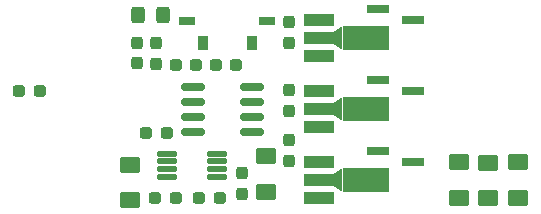
<source format=gbr>
G04 #@! TF.GenerationSoftware,KiCad,Pcbnew,7.0.1-3b83917a11~172~ubuntu22.10.1*
G04 #@! TF.CreationDate,2023-08-26T17:13:59+02:00*
G04 #@! TF.ProjectId,RGB_strip_driver,5247425f-7374-4726-9970-5f6472697665,rev?*
G04 #@! TF.SameCoordinates,Original*
G04 #@! TF.FileFunction,Paste,Top*
G04 #@! TF.FilePolarity,Positive*
%FSLAX46Y46*%
G04 Gerber Fmt 4.6, Leading zero omitted, Abs format (unit mm)*
G04 Created by KiCad (PCBNEW 7.0.1-3b83917a11~172~ubuntu22.10.1) date 2023-08-26 17:13:59*
%MOMM*%
%LPD*%
G01*
G04 APERTURE LIST*
G04 Aperture macros list*
%AMRoundRect*
0 Rectangle with rounded corners*
0 $1 Rounding radius*
0 $2 $3 $4 $5 $6 $7 $8 $9 X,Y pos of 4 corners*
0 Add a 4 corners polygon primitive as box body*
4,1,4,$2,$3,$4,$5,$6,$7,$8,$9,$2,$3,0*
0 Add four circle primitives for the rounded corners*
1,1,$1+$1,$2,$3*
1,1,$1+$1,$4,$5*
1,1,$1+$1,$6,$7*
1,1,$1+$1,$8,$9*
0 Add four rect primitives between the rounded corners*
20,1,$1+$1,$2,$3,$4,$5,0*
20,1,$1+$1,$4,$5,$6,$7,0*
20,1,$1+$1,$6,$7,$8,$9,0*
20,1,$1+$1,$8,$9,$2,$3,0*%
%AMOutline4P*
0 Free polygon, 4 corners , with rotation*
0 The origin of the aperture is its center*
0 number of corners: always 4*
0 $1 to $8 corner X, Y*
0 $9 Rotation angle, in degrees counterclockwise*
0 create outline with 4 corners*
4,1,4,$1,$2,$3,$4,$5,$6,$7,$8,$1,$2,$9*%
G04 Aperture macros list end*
%ADD10RoundRect,0.237500X-0.237500X0.287500X-0.237500X-0.287500X0.237500X-0.287500X0.237500X0.287500X0*%
%ADD11RoundRect,0.237500X-0.287500X-0.237500X0.287500X-0.237500X0.287500X0.237500X-0.287500X0.237500X0*%
%ADD12RoundRect,0.237500X0.287500X0.237500X-0.287500X0.237500X-0.287500X-0.237500X0.287500X-0.237500X0*%
%ADD13RoundRect,0.237500X0.237500X-0.287500X0.237500X0.287500X-0.237500X0.287500X-0.237500X-0.287500X0*%
%ADD14R,1.900000X0.800000*%
%ADD15R,2.500000X1.000000*%
%ADD16Outline4P,-1.000000X-0.375000X1.000000X-0.375000X0.500000X0.375000X-0.500000X0.375000X90.000000*%
%ADD17R,4.000000X2.000000*%
%ADD18RoundRect,0.150000X0.825000X0.150000X-0.825000X0.150000X-0.825000X-0.150000X0.825000X-0.150000X0*%
%ADD19RoundRect,0.250001X-0.624999X0.462499X-0.624999X-0.462499X0.624999X-0.462499X0.624999X0.462499X0*%
%ADD20RoundRect,0.250000X0.325000X0.450000X-0.325000X0.450000X-0.325000X-0.450000X0.325000X-0.450000X0*%
%ADD21RoundRect,0.125000X0.687500X0.125000X-0.687500X0.125000X-0.687500X-0.125000X0.687500X-0.125000X0*%
%ADD22R,0.889000X1.270000*%
%ADD23R,1.447800X0.787400*%
G04 APERTURE END LIST*
D10*
X124750000Y-128875000D03*
X124750000Y-130625000D03*
X111900000Y-124875000D03*
X111900000Y-126625000D03*
D11*
X117125000Y-138000000D03*
X118875000Y-138000000D03*
D10*
X124750000Y-123125000D03*
X124750000Y-124875000D03*
D12*
X116875000Y-126750000D03*
X115125000Y-126750000D03*
X115125000Y-138000000D03*
X113375000Y-138000000D03*
D13*
X113500000Y-126675000D03*
X113500000Y-124925000D03*
X124750000Y-134875000D03*
X124750000Y-133125000D03*
D14*
X132250000Y-134050000D03*
X132250000Y-135950000D03*
X135250000Y-135000000D03*
D15*
X127270000Y-123000000D03*
X127270000Y-124500000D03*
D16*
X128880000Y-124500000D03*
D17*
X131230000Y-124500000D03*
D15*
X127270000Y-126000000D03*
D14*
X132250000Y-128050000D03*
X132250000Y-129950000D03*
X135250000Y-129000000D03*
D18*
X121575000Y-132405000D03*
X121575000Y-131135000D03*
X121575000Y-129865000D03*
X121575000Y-128595000D03*
X116625000Y-128595000D03*
X116625000Y-129865000D03*
X116625000Y-131135000D03*
X116625000Y-132405000D03*
D19*
X139100000Y-135012500D03*
X139100000Y-137987500D03*
X141600000Y-135025000D03*
X141600000Y-138000000D03*
D15*
X127290000Y-129000000D03*
X127290000Y-130500000D03*
D16*
X128900000Y-130500000D03*
D17*
X131250000Y-130500000D03*
D15*
X127290000Y-132000000D03*
D20*
X114025000Y-122500000D03*
X111975000Y-122500000D03*
D19*
X122750000Y-134512500D03*
X122750000Y-137487500D03*
D21*
X118612500Y-136225000D03*
X118612500Y-135575000D03*
X118612500Y-134925000D03*
X118612500Y-134275000D03*
X114387500Y-134275000D03*
X114387500Y-134925000D03*
X114387500Y-135575000D03*
X114387500Y-136225000D03*
D19*
X144100000Y-135012500D03*
X144100000Y-137987500D03*
X111250000Y-135262500D03*
X111250000Y-138237500D03*
D15*
X127270000Y-135000000D03*
X127270000Y-136500000D03*
D16*
X128880000Y-136500000D03*
D17*
X131230000Y-136500000D03*
D15*
X127270000Y-138000000D03*
D14*
X132250000Y-122050000D03*
X132250000Y-123950000D03*
X135250000Y-123000000D03*
D12*
X114375000Y-132500000D03*
X112625000Y-132500000D03*
D10*
X120750000Y-135925000D03*
X120750000Y-137675000D03*
D11*
X118525000Y-126750000D03*
X120275000Y-126750000D03*
D22*
X121595500Y-124897000D03*
X117404500Y-124897000D03*
D23*
X122878200Y-123004700D03*
X116121800Y-123004700D03*
D12*
X103625000Y-129000000D03*
X101875000Y-129000000D03*
M02*

</source>
